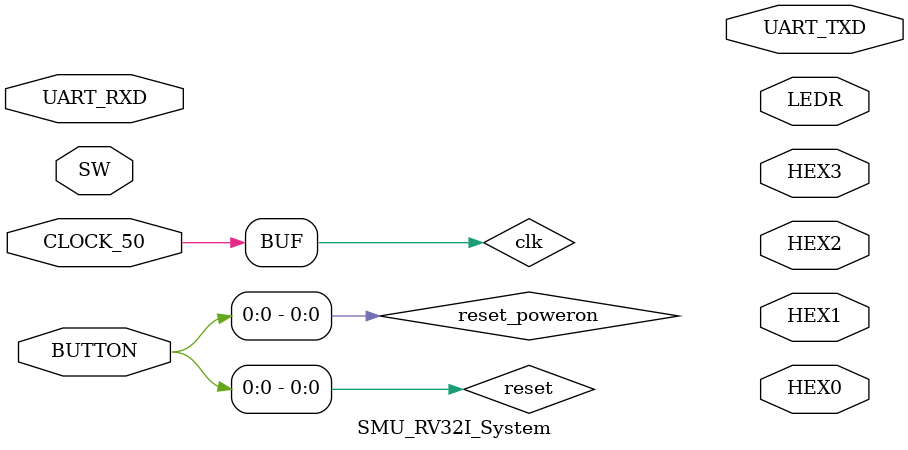
<source format=v>

module SMU_RV32I_System (
  input         CLOCK_50,
  input   [2:0] BUTTON,
  input   [9:0] SW,
  output  [6:0] HEX3,
  output  [6:0] HEX2,
  output  [6:0] HEX1,
  output  [6:0] HEX0,
  output  [9:0] LEDR,

  output        UART_TXD,
  input         UART_RXD
);

  parameter RESET_PC = 32'h1000_0000;
  parameter CLOCK_FREQ = 125_000_000;
  parameter BAUD_RATE = 115_200;
  parameter MIF_HEX = "";
  parameter MIF_BIOS_HEX = "";
  parameter DWIDTH = 32;
  parameter AWIDTH = 12;

  wire reset;
  wire reset_poweron;
  reg  reset_ff;

  wire [31:0] fetch_addr;
  wire [31:0] imem_inst;
  wire [31:0] inst;
  wire [31:0] data_addr;
  wire [31:0] write_data;
  wire [3:0]  Byte_Enable;
  wire  [31:0] read_data;
  wire        cs_dmem_n;
  wire        cs_timer_n;
  wire        cs_gpio_n;
  wire        cs_uart_n;
  wire        data_we;  
  wire cs_tbman_n;
  wire clk = CLOCK_50;
  wire clkb;

  wire data_re;
  
  // reset =  BUTTON[0]
  // if BUTTON[0] is pressed, the reset goes down to "0"
  // reset is a low-active signal
  assign  reset_poweron = BUTTON[0];
  assign  reset = reset_poweron;

  always @(posedge clk)
    reset_ff <= reset;

  assign clkb = ~clk;

  wire [31:0] read_imem_data_mem;

  assign data_re = ~data_we;
  //assign read_data = read_imem_data_mem;
  assign inst = imem_inst;


  riscvsingle #(
      .RESET_PC(RESET_PC)
    ) icpu (
    .clk(clk),
    .n_rst(reset_ff),
    .PC(fetch_addr),
    .Instr(inst),
    .MemWrite(data_we),
    .ALUResult(data_addr),
    .WriteData(write_data),
    .ReadData(read_data),
    .Byte_Enable(Byte_Enable)
  );

  ASYNC_RAM_DP_WBE #(
      .DWIDTH (DWIDTH),
      .AWIDTH (AWIDTH),
      .MIF_HEX (MIF_HEX)
  ) imem (
    .clk      (clk),
    .addr0    (fetch_addr[AWIDTH+2-1:2]),
    .addr1    (data_addr[AWIDTH+2-1:2]),
    .wbe0     (4'd0),
    .wbe1     (Byte_Enable),
    .d0       (32'd0),
    .d1       (write_data),
    .wen0     (1'b0),
    .wen1     (~cs_dmem_n & data_we),//~cs_mem_n &
    .q0       (imem_inst),
    .q1       (read_imem_data_mem)
  );

    Addr_Decoder u_Addr_Decoder (
        .Addr(data_addr),
        .cs_dmem_n(cs_dmem_n),
        .cs_tbman_n(cs_tbman_n)
    );

wire [31:0] r_data;
    data_mux u_data_mux (
        .cs_dmem_n(cs_dmem_n), //in 
        .read_data_dmem(read_imem_data_mem), //in
        .cs_tbman_n(cs_tbman_n), //in
        .read_data_tbman(r_data), // in
        .read_data(read_data) //read_data output
    );

  tbman_wrap u_tbman_w(
    .clk(clk), //in !!!
    .rst_n(reset_ff), //in !!!
    .tbman_sel(!cs_tbman_n),  // High Active in !!!
    .tbman_write(data_we), // Write : 1, Read : 0 in WR
    .tbman_addr(data_addr[15:0]), //in addr
    .tbman_wdata(write_data), //in WR
    .tbman_rdata(r_data) //output dataout
);

endmodule

</source>
